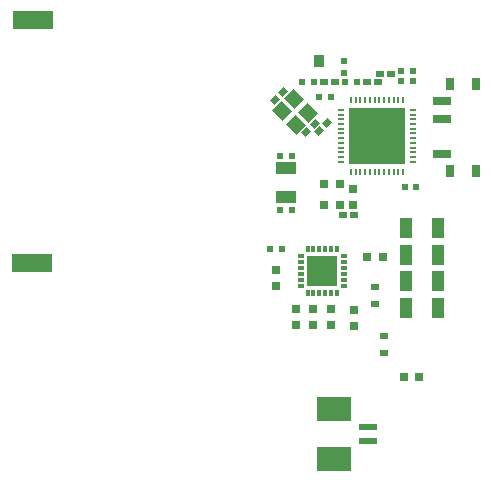
<source format=gtp>
G04*
G04 #@! TF.GenerationSoftware,Altium Limited,Altium Designer,18.0.9 (584)*
G04*
G04 Layer_Color=8421504*
%FSLAX25Y25*%
%MOIN*%
G70*
G01*
G75*
%ADD17R,0.02953X0.03150*%
%ADD18R,0.03150X0.02953*%
%ADD19R,0.02362X0.01968*%
%ADD20R,0.04331X0.06693*%
%ADD21R,0.03700X0.04000*%
%ADD22R,0.01968X0.02362*%
%ADD23R,0.02559X0.01968*%
G04:AMPARAMS|DCode=24|XSize=19.68mil|YSize=23.62mil|CornerRadius=0mil|HoleSize=0mil|Usage=FLASHONLY|Rotation=315.000|XOffset=0mil|YOffset=0mil|HoleType=Round|Shape=Rectangle|*
%AMROTATEDRECTD24*
4,1,4,-0.01531,-0.00139,0.00139,0.01531,0.01531,0.00139,-0.00139,-0.01531,-0.01531,-0.00139,0.0*
%
%ADD24ROTATEDRECTD24*%

%ADD25O,0.00787X0.02559*%
%ADD26O,0.02559X0.00787*%
%ADD27R,0.18504X0.18504*%
G04:AMPARAMS|DCode=28|XSize=47.24mil|YSize=43.31mil|CornerRadius=0mil|HoleSize=0mil|Usage=FLASHONLY|Rotation=315.000|XOffset=0mil|YOffset=0mil|HoleType=Round|Shape=Rectangle|*
%AMROTATEDRECTD28*
4,1,4,-0.03202,0.00139,-0.00139,0.03202,0.03202,-0.00139,0.00139,-0.03202,-0.03202,0.00139,0.0*
%
%ADD28ROTATEDRECTD28*%

%ADD29R,0.07087X0.03937*%
%ADD30R,0.02756X0.02362*%
%ADD31R,0.01181X0.01968*%
%ADD32R,0.10236X0.10236*%
%ADD33R,0.01968X0.01181*%
%ADD34R,0.03150X0.03937*%
%ADD35R,0.05906X0.02756*%
%ADD36R,0.13780X0.06000*%
%ADD37R,0.06299X0.01968*%
%ADD38R,0.11811X0.08268*%
D17*
X139862Y69587D02*
D03*
X134547D02*
D03*
X127559Y109449D02*
D03*
X122244Y109449D02*
D03*
X113247Y133976D02*
D03*
X107932D02*
D03*
X113247Y126876D02*
D03*
X107932D02*
D03*
D18*
X110433Y86811D02*
D03*
Y92126D02*
D03*
X104429Y86910D02*
D03*
Y92224D02*
D03*
X98622Y86811D02*
D03*
Y92126D02*
D03*
X117913Y86614D02*
D03*
X117913Y91929D02*
D03*
X117690Y132133D02*
D03*
Y126818D02*
D03*
X92126Y105020D02*
D03*
Y99705D02*
D03*
D19*
X89961Y112106D02*
D03*
X93898D02*
D03*
X133721Y171576D02*
D03*
X137658D02*
D03*
X118958Y167776D02*
D03*
X115021D02*
D03*
X104758D02*
D03*
X100821D02*
D03*
X110458Y162776D02*
D03*
X106521D02*
D03*
X134921Y132676D02*
D03*
X138858D02*
D03*
X133721Y168276D02*
D03*
X137658D02*
D03*
X97242Y143313D02*
D03*
X93305D02*
D03*
X97242Y125313D02*
D03*
X93305D02*
D03*
D20*
X135304Y92520D02*
D03*
X145934D02*
D03*
X135304Y101378D02*
D03*
X145934D02*
D03*
X135304Y110236D02*
D03*
X145934D02*
D03*
X135304Y119095D02*
D03*
X145934D02*
D03*
D21*
X106447Y174976D02*
D03*
D22*
X114790Y170907D02*
D03*
Y174844D02*
D03*
D23*
X125960Y167776D02*
D03*
X122220D02*
D03*
X130460Y170576D02*
D03*
X126720D02*
D03*
X111760Y167776D02*
D03*
X108020D02*
D03*
X114220Y123476D02*
D03*
X117960D02*
D03*
D24*
X104882Y153967D02*
D03*
X102098Y151184D02*
D03*
X109082Y154167D02*
D03*
X106298Y151384D02*
D03*
X91598Y161684D02*
D03*
X94382Y164468D02*
D03*
D25*
X117028Y137966D02*
D03*
X118603D02*
D03*
X120178D02*
D03*
X121753D02*
D03*
X123328D02*
D03*
X124902D02*
D03*
X126477D02*
D03*
X128052D02*
D03*
X129627D02*
D03*
X131202D02*
D03*
X132776D02*
D03*
X134351D02*
D03*
Y161785D02*
D03*
X132776D02*
D03*
X131202D02*
D03*
X129627D02*
D03*
X128052D02*
D03*
X126477D02*
D03*
X124902D02*
D03*
X123328D02*
D03*
X121753D02*
D03*
X120178D02*
D03*
X118603D02*
D03*
X117028D02*
D03*
D26*
X137599Y141214D02*
D03*
Y142789D02*
D03*
Y144364D02*
D03*
Y145939D02*
D03*
Y147513D02*
D03*
Y149088D02*
D03*
Y150663D02*
D03*
Y152238D02*
D03*
Y153813D02*
D03*
Y155387D02*
D03*
Y156962D02*
D03*
Y158537D02*
D03*
X113780D02*
D03*
Y156962D02*
D03*
Y155387D02*
D03*
Y153813D02*
D03*
Y152238D02*
D03*
Y150663D02*
D03*
Y149088D02*
D03*
Y147513D02*
D03*
Y145939D02*
D03*
Y144364D02*
D03*
Y142789D02*
D03*
Y141214D02*
D03*
D27*
X125690Y149876D02*
D03*
D28*
X97872Y162091D02*
D03*
X93975Y158193D02*
D03*
X102605Y157358D02*
D03*
X98707Y153461D02*
D03*
D29*
X95274Y129391D02*
D03*
Y139234D02*
D03*
D30*
X128051Y77618D02*
D03*
Y83209D02*
D03*
X125098Y99449D02*
D03*
Y93858D02*
D03*
D31*
X110433Y112106D02*
D03*
X112402D02*
D03*
X108465D02*
D03*
X106496D02*
D03*
X104528D02*
D03*
X102559D02*
D03*
X102559Y97539D02*
D03*
X104528D02*
D03*
X106496D02*
D03*
X108465D02*
D03*
X110433D02*
D03*
X112402D02*
D03*
D32*
X107480Y104823D02*
D03*
D33*
X100197Y109744D02*
D03*
Y107776D02*
D03*
Y105807D02*
D03*
Y103839D02*
D03*
Y101870D02*
D03*
Y99902D02*
D03*
X114764D02*
D03*
Y101870D02*
D03*
Y103839D02*
D03*
Y105807D02*
D03*
Y107776D02*
D03*
Y109744D02*
D03*
D34*
X149902Y138287D02*
D03*
X158563D02*
D03*
X149902Y167028D02*
D03*
X158563D02*
D03*
D35*
X147343Y155610D02*
D03*
Y161516D02*
D03*
Y143799D02*
D03*
D36*
X11024Y188484D02*
D03*
X10827Y107579D02*
D03*
D37*
X122835Y52953D02*
D03*
Y48031D02*
D03*
D38*
X111417Y58858D02*
D03*
Y42126D02*
D03*
M02*

</source>
